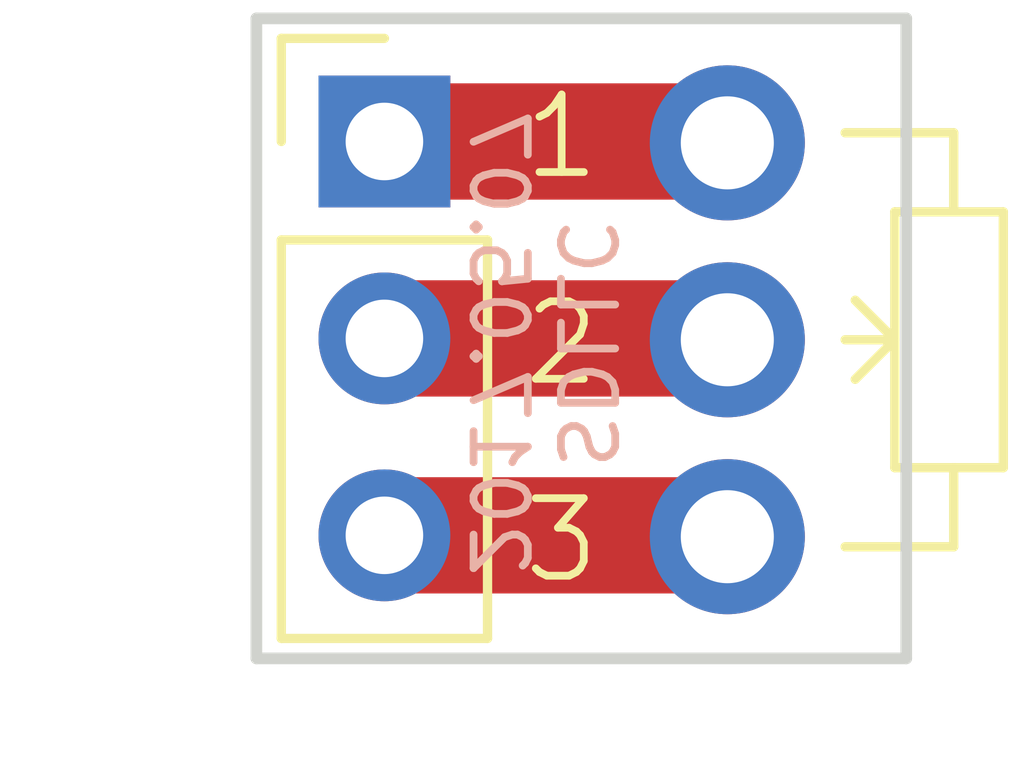
<source format=kicad_pcb>
(kicad_pcb (version 4) (host pcbnew 4.0.5)

  (general
    (links 3)
    (no_connects 0)
    (area 155.245999 109.144999 163.778001 117.550001)
    (thickness 1.6)
    (drawings 8)
    (tracks 6)
    (zones 0)
    (modules 2)
    (nets 4)
  )

  (page A4)
  (layers
    (0 F.Cu signal)
    (31 B.Cu signal)
    (32 B.Adhes user)
    (33 F.Adhes user)
    (34 B.Paste user)
    (35 F.Paste user)
    (36 B.SilkS user)
    (37 F.SilkS user)
    (38 B.Mask user)
    (39 F.Mask user)
    (40 Dwgs.User user)
    (41 Cmts.User user)
    (42 Eco1.User user)
    (43 Eco2.User user)
    (44 Edge.Cuts user)
    (45 Margin user)
    (46 B.CrtYd user)
    (47 F.CrtYd user)
    (48 B.Fab user)
    (49 F.Fab user)
  )

  (setup
    (last_trace_width 1.5)
    (user_trace_width 0.5)
    (user_trace_width 0.75)
    (user_trace_width 1)
    (user_trace_width 1.25)
    (user_trace_width 1.5)
    (trace_clearance 0.2)
    (zone_clearance 0.508)
    (zone_45_only no)
    (trace_min 0.2)
    (segment_width 0.2)
    (edge_width 0.15)
    (via_size 0.6)
    (via_drill 0.4)
    (via_min_size 0.4)
    (via_min_drill 0.3)
    (uvia_size 0.3)
    (uvia_drill 0.1)
    (uvias_allowed no)
    (uvia_min_size 0.2)
    (uvia_min_drill 0.1)
    (pcb_text_width 0.3)
    (pcb_text_size 1.5 1.5)
    (mod_edge_width 0.15)
    (mod_text_size 1 1)
    (mod_text_width 0.15)
    (pad_size 1.524 1.524)
    (pad_drill 0.762)
    (pad_to_mask_clearance 0.2)
    (aux_axis_origin 0 0)
    (visible_elements FFFEFF7F)
    (pcbplotparams
      (layerselection 0x00030_80000001)
      (usegerberextensions false)
      (excludeedgelayer true)
      (linewidth 0.100000)
      (plotframeref false)
      (viasonmask false)
      (mode 1)
      (useauxorigin false)
      (hpglpennumber 1)
      (hpglpenspeed 20)
      (hpglpendiameter 15)
      (hpglpenoverlay 2)
      (psnegative false)
      (psa4output false)
      (plotreference true)
      (plotvalue true)
      (plotinvisibletext false)
      (padsonsilk false)
      (subtractmaskfromsilk false)
      (outputformat 1)
      (mirror false)
      (drillshape 1)
      (scaleselection 1)
      (outputdirectory ""))
  )

  (net 0 "")
  (net 1 "Net-(P1-Pad2)")
  (net 2 "Net-(P1-Pad1)")
  (net 3 "Net-(P1-Pad3)")

  (net_class Default "This is the default net class."
    (clearance 0.2)
    (trace_width 0.25)
    (via_dia 0.6)
    (via_drill 0.4)
    (uvia_dia 0.3)
    (uvia_drill 0.1)
    (add_net "Net-(P1-Pad1)")
    (add_net "Net-(P1-Pad2)")
    (add_net "Net-(P1-Pad3)")
  )

  (module Potentiometers:Potentiometer_WirePads_Small (layer F.Cu) (tedit 590F6BDA) (tstamp 590F6A8D)
    (at 161.395001 110.825)
    (descr "Potentiometer, Wire Pads only, small, RevA, 02 Aug 2010,")
    (tags "Potentiometer Wire Pads only small RevA 02 Aug 2010 ")
    (path /590F6AA5)
    (fp_text reference RV1 (at 1.3 -1.9) (layer F.SilkS) hide
      (effects (font (size 1 1) (thickness 0.15)))
    )
    (fp_text value POT (at 1.35 7.15) (layer F.Fab)
      (effects (font (size 1 1) (thickness 0.15)))
    )
    (fp_line (start 2.92 4.19) (end 2.92 5.21) (layer F.SilkS) (width 0.12))
    (fp_line (start 2.92 5.21) (end 1.52 5.21) (layer F.SilkS) (width 0.12))
    (fp_line (start 2.92 0.89) (end 2.92 -0.13) (layer F.SilkS) (width 0.12))
    (fp_line (start 2.92 -0.13) (end 1.52 -0.13) (layer F.SilkS) (width 0.12))
    (fp_line (start 2.16 2.54) (end 1.52 2.54) (layer F.SilkS) (width 0.12))
    (fp_line (start 2.16 2.54) (end 1.65 3.05) (layer F.SilkS) (width 0.12))
    (fp_line (start 2.16 2.54) (end 1.65 2.03) (layer F.SilkS) (width 0.12))
    (fp_line (start 2.16 0.89) (end 3.56 0.89) (layer F.SilkS) (width 0.12))
    (fp_line (start 3.56 0.89) (end 3.56 4.19) (layer F.SilkS) (width 0.12))
    (fp_line (start 3.56 4.19) (end 2.16 4.19) (layer F.SilkS) (width 0.12))
    (fp_line (start 2.16 4.19) (end 2.16 0.89) (layer F.SilkS) (width 0.12))
    (fp_line (start -1.25 -1.25) (end 3.81 -1.25) (layer F.CrtYd) (width 0.05))
    (fp_line (start -1.25 -1.25) (end -1.25 6.33) (layer F.CrtYd) (width 0.05))
    (fp_line (start 3.81 6.33) (end 3.81 -1.25) (layer F.CrtYd) (width 0.05))
    (fp_line (start 3.81 6.33) (end -1.25 6.33) (layer F.CrtYd) (width 0.05))
    (pad 2 thru_hole circle (at 0 2.54) (size 2 2) (drill 1.2) (layers *.Cu *.Mask)
      (net 1 "Net-(P1-Pad2)"))
    (pad 3 thru_hole circle (at 0 5.08) (size 2 2) (drill 1.2) (layers *.Cu *.Mask)
      (net 3 "Net-(P1-Pad3)"))
    (pad 1 thru_hole circle (at 0 0) (size 2 2) (drill 1.2) (layers *.Cu *.Mask)
      (net 2 "Net-(P1-Pad1)"))
  )

  (module Pin_Headers:Pin_Header_Straight_1x03_Pitch2.54mm (layer F.Cu) (tedit 590F6BD7) (tstamp 590F6B25)
    (at 156.972 110.8075)
    (descr "Through hole straight pin header, 1x03, 2.54mm pitch, single row")
    (tags "Through hole pin header THT 1x03 2.54mm single row")
    (path /590F69AE)
    (fp_text reference P1 (at 0 -2.33) (layer F.SilkS) hide
      (effects (font (size 1 1) (thickness 0.15)))
    )
    (fp_text value CONN_01X03 (at 0 7.41) (layer F.Fab)
      (effects (font (size 1 1) (thickness 0.15)))
    )
    (fp_line (start -1.27 -1.27) (end -1.27 6.35) (layer F.Fab) (width 0.1))
    (fp_line (start -1.27 6.35) (end 1.27 6.35) (layer F.Fab) (width 0.1))
    (fp_line (start 1.27 6.35) (end 1.27 -1.27) (layer F.Fab) (width 0.1))
    (fp_line (start 1.27 -1.27) (end -1.27 -1.27) (layer F.Fab) (width 0.1))
    (fp_line (start -1.33 1.27) (end -1.33 6.41) (layer F.SilkS) (width 0.12))
    (fp_line (start -1.33 6.41) (end 1.33 6.41) (layer F.SilkS) (width 0.12))
    (fp_line (start 1.33 6.41) (end 1.33 1.27) (layer F.SilkS) (width 0.12))
    (fp_line (start 1.33 1.27) (end -1.33 1.27) (layer F.SilkS) (width 0.12))
    (fp_line (start -1.33 0) (end -1.33 -1.33) (layer F.SilkS) (width 0.12))
    (fp_line (start -1.33 -1.33) (end 0 -1.33) (layer F.SilkS) (width 0.12))
    (fp_line (start -1.8 -1.8) (end -1.8 6.85) (layer F.CrtYd) (width 0.05))
    (fp_line (start -1.8 6.85) (end 1.8 6.85) (layer F.CrtYd) (width 0.05))
    (fp_line (start 1.8 6.85) (end 1.8 -1.8) (layer F.CrtYd) (width 0.05))
    (fp_line (start 1.8 -1.8) (end -1.8 -1.8) (layer F.CrtYd) (width 0.05))
    (fp_text user %R (at 0 -2.33) (layer F.Fab) hide
      (effects (font (size 1 1) (thickness 0.15)))
    )
    (pad 1 thru_hole rect (at 0 0) (size 1.7 1.7) (drill 1) (layers *.Cu *.Mask)
      (net 2 "Net-(P1-Pad1)"))
    (pad 2 thru_hole oval (at 0 2.54) (size 1.7 1.7) (drill 1) (layers *.Cu *.Mask)
      (net 1 "Net-(P1-Pad2)"))
    (pad 3 thru_hole oval (at 0 5.08) (size 1.7 1.7) (drill 1) (layers *.Cu *.Mask)
      (net 3 "Net-(P1-Pad3)"))
    (model ${KISYS3DMOD}/Pin_Headers.3dshapes/Pin_Header_Straight_1x03_Pitch2.54mm.wrl
      (at (xyz 0 -0.1 0))
      (scale (xyz 1 1 1))
      (rotate (xyz 0 0 90))
    )
  )

  (gr_text 2 (at 159.258 113.411) (layer F.SilkS)
    (effects (font (size 1 1) (thickness 0.1)))
  )
  (gr_text "SDLLC\n2017.05.07" (at 159.004 113.411 270) (layer B.SilkS)
    (effects (font (size 0.7 0.7) (thickness 0.1)) (justify mirror))
  )
  (gr_text 3 (at 159.258 115.951) (layer F.SilkS)
    (effects (font (size 1 1) (thickness 0.1)))
  )
  (gr_text 1 (at 159.258 110.744) (layer F.SilkS)
    (effects (font (size 1 1) (thickness 0.1)))
  )
  (gr_line (start 155.321 117.475) (end 155.321 109.22) (angle 90) (layer Edge.Cuts) (width 0.15))
  (gr_line (start 163.703 117.475) (end 155.321 117.475) (angle 90) (layer Edge.Cuts) (width 0.15))
  (gr_line (start 163.703 109.22) (end 163.703 117.475) (angle 90) (layer Edge.Cuts) (width 0.15))
  (gr_line (start 155.321 109.22) (end 163.703 109.22) (angle 90) (layer Edge.Cuts) (width 0.15))

  (segment (start 156.972 113.3475) (end 161.377501 113.3475) (width 1.5) (layer F.Cu) (net 1))
  (segment (start 161.377501 113.3475) (end 161.395001 113.365) (width 1.5) (layer F.Cu) (net 1) (tstamp 590F6B7E))
  (segment (start 156.972 110.8075) (end 161.377501 110.8075) (width 1.5) (layer F.Cu) (net 2))
  (segment (start 161.377501 110.8075) (end 161.395001 110.825) (width 1.5) (layer F.Cu) (net 2) (tstamp 590F6B7B))
  (segment (start 156.972 115.8875) (end 161.377501 115.8875) (width 1.5) (layer F.Cu) (net 3))
  (segment (start 161.377501 115.8875) (end 161.395001 115.905) (width 1.5) (layer F.Cu) (net 3) (tstamp 590F6B81))

)

</source>
